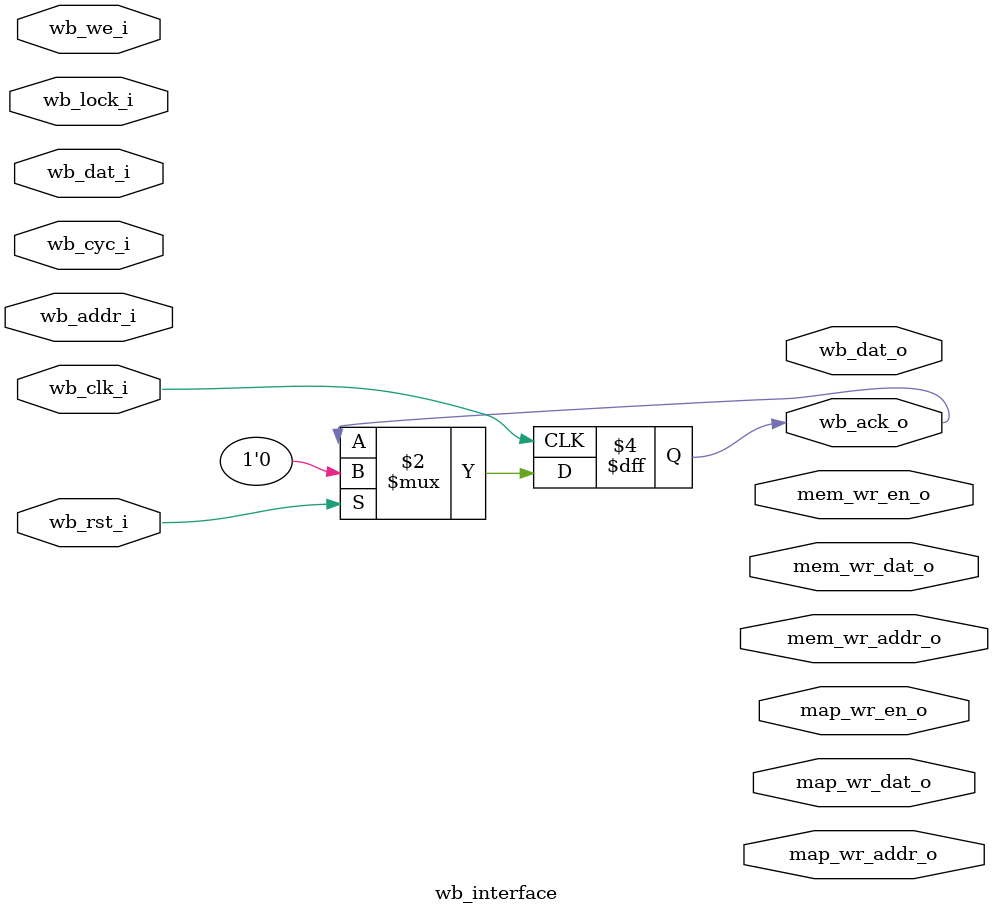
<source format=v>
module wb_interface (/*AUTOARG*/
   // Outputs
   wb_dat_o, wb_ack_o, map_wr_en_o, map_wr_addr_o, map_wr_dat_o, mem_wr_en_o,
   mem_wr_addr_o, mem_wr_dat_o,
   // Inputs
   wb_clk_i, wb_rst_i, wb_dat_i, wb_addr_i, wb_lock_i, wb_cyc_i, wb_we_i
   ) ;
   //------------------------------------------------------------------------------------------------------------------------
   // Parameters
   //------------------------------------------------------------------------------------------------------------------------
   parameter DATA_WIDTH = 32;
   parameter ADDR_WIDTH = 5;
   parameter WAVE_WIDTH = 16;

   //------------------------------------------------------------------------------------------------------------------------
   // I/O
   //------------------------------------------------------------------------------------------------------------------------
   // Wishbone Interface Signals
   input wire wb_clk_i;
   input wire wb_rst_i;
   input wire [DATA_WIDTH-1:0] wb_dat_i;
   input wire [ADDR_WIDTH-1:0] wb_addr_i;
   input wire                  wb_lock_i;
   input wire                  wb_cyc_i;
   input wire                  wb_we_i;

   output wire [DATA_WIDTH-1:0] wb_dat_o;
   output wire                  wb_ack_o;


   output wire                  map_wr_en_o;
   output wire [ADDR_WIDTH-1:0] map_wr_addr_o;
   output wire [DATA_WIDTH-1:0] map_wr_dat_o;

   output wire                  mem_wr_en_o;
   output wire [ADDR_WIDTH-1:0] mem_wr_addr_o;
   output wire [DATA_WIDTH-1:0] mem_wr_dat_o;

   //------------------------------------------------------------------------------------------------------------------------
   // Internal Signals
   //------------------------------------------------------------------------------------------------------------------------

   //------------------------------------------------------------------------------------------------------------------------
   // Module Instantiations
   //------------------------------------------------------------------------------------------------------------------------

   //------------------------------------------------------------------------------------------------------------------------
   // RTL
   //------------------------------------------------------------------------------------------------------------------------
   always @ (posedge wb_clk_i) begin
      if(wb_rst_i) begin
         // TODO reset any internal registers
         wb_ack_o <= 1'b0;
      end else begin
      end
   end

   //------------------------------------------------------------------------------------------------------------------------
   // Assigns
   //------------------------------------------------------------------------------------------------------------------------

endmodule // wb_interface

</source>
